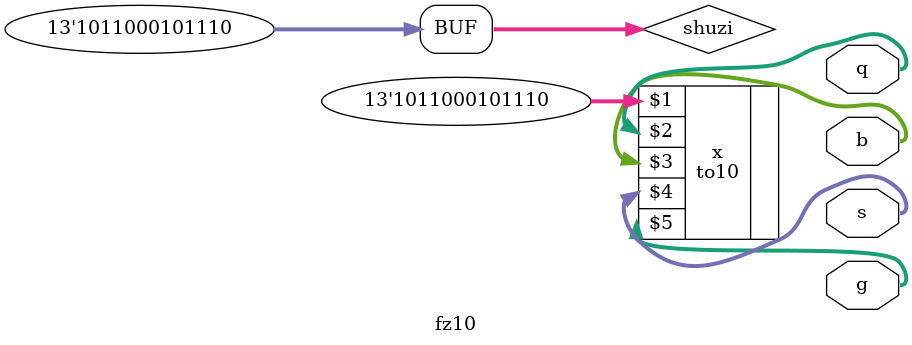
<source format=v>
module fz10(
    output [3:0] q,
    output [3:0] b,
    output [3:0] s,
    output [3:0] g
    );
    reg [12:0] shuzi;
    initial begin
      shuzi<=5678;
    end
    to10 x(shuzi,q,b,s,g);
endmodule

</source>
